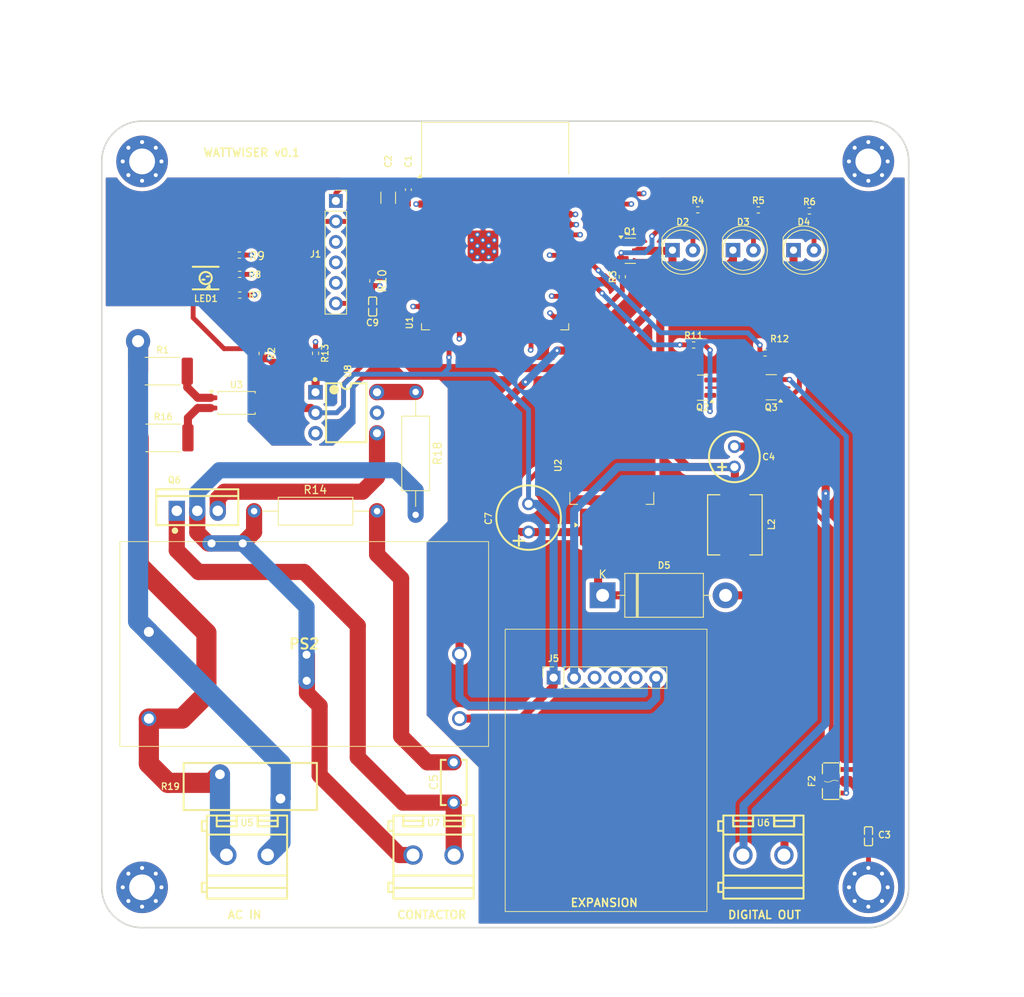
<source format=kicad_pcb>
(kicad_pcb (version 20240108) (generator "pcbnew") (generator_version "8.0")
  (layers (0 "F.Cu" signal) (1 "In1.Cu" signal) (2 "In2.Cu" signal) (31 "B.Cu" signal) (34 "B.Paste" user) (35 "F.Paste" user) (36 "B.SilkS" user "B.Silkscreen") (37 "F.SilkS" user "F.Silkscreen") (38 "B.Mask" user) (39 "F.Mask" user) (44 "Edge.Cuts" user))
  (net 0 "")
  (net 1 "GND")
  (net 2 "+3.3V")
  (net 3 "/EN")
  (net 4 "+5V")
  (net 5 "Net-(C5-Pad2)")
  (net 6 "Net-(R18-Pad1)")
  (net 7 "Net-(D2-K)")
  (net 8 "Net-(D2-A)")
  (net 9 "Net-(D3-A)")
  (net 10 "Net-(D4-A)")
  (net 11 "Net-(D5-K)")
  (net 12 "NEUT")
  (net 13 "LINE")
  (net 14 "/RX")
  (net 15 "/TX")
  (net 16 "/IO0")
  (net 17 "Net-(Q1-B)")
  (net 18 "Net-(R1-Pad2)")
  (net 19 "/FREQ")
  (net 20 "/IR_LEDS")
  (net 21 "/LED_B")
  (net 22 "/LED_G")
  (net 23 "/LED_R")
  (net 24 "/DE{slash}RE")
  (net 27 "/UART RX")
  (net 28 "/UART TX")
  (net 46 "Net-(Q2-B)")
  (net 47 "Net-(Q3-B)")
  (net 48 "/OUT_5V")
  (net 49 "/OUT_CLOSE_SIGNAL")
  (net 50 "/OUT_CONTACTOR")
  (net 51 "Net-(R13-Pad2)")
  (net 52 "Net-(R16-Pad2)")
  (net 53 "Net-(C3-Pad1)")
  (net 54 "Net-(Q6-M1)")
  (net 55 "Net-(Q3-E)")
  (net 56 "Net-(LED1---Pad3)")
  (net 57 "Net-(LED1---Pad2)")
  (net 58 "Net-(LED1---Pad4)")
  (net 59 "Net-(Q2-E)")
  (net 60 "Net-(Q6-G)")
  (net 61 "Net-(Q6-M2)")
  (footprint "easyeda2kicad:RES-TH_L16.5-W5.9-P7.50-D0.8-S3.00" (layer "F.Cu") (at 103.4 124.5)
    (property "Reference" "R19")
    (property "Value" "14D471K_C8852")
  )
  (footprint "Capacitor_SMD:C_1206_3216Metric_Pad1.33x1.80mm_HandSolder" (layer "F.Cu") (at 120.5 51.5 90)
    (property "Reference" "C2")
    (property "Value" "22uF")
  )
  (footprint "LED_THT:LED_D5.0mm" (layer "F.Cu") (at 155.725 58)
    (property "Reference" "D2")
    (property "Value" "LED")
  )
  (footprint "Resistor_SMD:R_0402_1005Metric_Pad0.72x0.64mm_HandSolder" (layer "F.Cu") (at 102.1 61 180)
    (property "Reference" "R8")
    (property "Value" "R1K")
  )
  (footprint "Resistor_SMD:R_0402_1005Metric_Pad0.72x0.64mm_HandSolder" (layer "F.Cu") (at 158.8625 53)
    (property "Reference" "R4")
    (property "Value" "R220")
  )
  (footprint "Resistor_THT:R_Axial_DIN0309_L9.0mm_D3.2mm_P15.24mm_Horizontal" (layer "F.Cu") (at 123.9 75.58 -90)
    (property "Reference" "R18")
    (property "Value" "360R")
  )
  (footprint "easyeda2kicad:CONN-TH_2P-P5.00_DB128V-5.0-2P" (layer "F.Cu") (at 167 133)
    (property "Reference" "U6")
    (property "Value" "DB128V-5.0-2P")
  )
  (footprint "RF_Module:ESP32-WROOM-32D" (layer "F.Cu") (at 133.75 58)
    (property "Reference" "U1")
    (property "Value" "ESP32-WROOM-32E")
  )
  (footprint "easyeda2kicad:LED-ARRAY-SMD_4P-L3.5-W2.8-TL" (layer "F.Cu") (at 97.88 61.46 180)
    (property "Reference" "LED1")
    (property "Value" "MHPA3528RGBCT")
  )
  (footprint "MountingHole:MountingHole_3.2mm_M3_Pad_Via" (layer "F.Cu") (at 90 47)
    (property "Reference" "H1" (hide yes))
    (property "Value" "Hole_Pad" (hide yes))
  )
  (footprint "Resistor_SMD:R_0402_1005Metric_Pad0.72x0.64mm_HandSolder" (layer "F.Cu") (at 172.7 53.14 180)
    (property "Reference" "R6")
    (property "Value" "R220")
  )
  (footprint "Package_TO_SOT_SMD:SOT-23" (layer "F.Cu") (at 150.5025 58.08)
    (property "Reference" "Q1")
    (property "Value" "MMBT2222A")
  )
  (footprint "Connector_PinSocket_2.54mm:PinSocket_1x06_P2.54mm_Vertical" (layer "F.Cu") (at 141 111 90)
    (property "Reference" "J5")
    (property "Value" "Conn_01x06_Pin")
  )
  (footprint "IRM-05:IRM055" (layer "F.Cu") (at 90.84 116.08)
    (property "Reference" "PS2")
    (property "Value" "IRM-05-5" (hide yes))
  )
  (footprint "easyeda2kicad:F1206" (layer "F.Cu") (at 175.4 123.84 90)
    (property "Reference" "F2")
    (property "Value" "JK-NSMD010/60V")
  )
  (footprint "easyeda2kicad:CONN-TH_2P-P5.00_DB128V-5.0-2P" (layer "F.Cu") (at 126.12 133)
    (property "Reference" "U7")
    (property "Value" "DB128V-5.0-2P")
  )
  (footprint "Resistor_SMD:R_2512_6332Metric_Pad1.40x3.35mm_HandSolder" (layer "F.Cu") (at 92.63 81.28)
    (property "Reference" "R16")
    (property "Value" "R16K")
  )
  (footprint "Diode_THT:D_DO-201AD_P15.24mm_Horizontal" (layer "F.Cu") (at 147.07 100.8)
    (property "Reference" "D5")
    (property "Value" "1N5822")
  )
  (footprint "easyeda2kicad:C0402" (layer "F.Cu") (at 180.02 130.67 90)
    (property "Reference" "C3")
    (property "Value" "100nF")
  )
  (footprint "Resistor_SMD:R_0402_1005Metric_Pad0.72x0.64mm_HandSolder" (layer "F.Cu") (at 104.88 70.8125 -90)
    (property "Reference" "R2")
    (property "Value" "R10K")
  )
  (footprint "Connector_PinSocket_2.54mm:PinSocket_1x06_P2.54mm_Vertical" (layer "F.Cu") (at 114.01 51.9)
    (property "Reference" "J1")
    (property "Value" "Conn_01x06_Pin")
  )
  (footprint "easyeda2kicad:IND-SMD_L7.3-W6.6" (layer "F.Cu") (at 163.46 92.06 -90)
    (property "Reference" "L2")
    (property "Value" "33uH")
  )
  (footprint "MountingHole:MountingHole_3.2mm_M3_Pad_Via" (layer "F.Cu") (at 180 47)
    (property "Reference" "H2" (hide yes))
    (property "Value" "Hole_Pad" (hide yes))
  )
  (footprint "easyeda2kicad:CAP-TH_L5.5-W3.2-P5.00-D1.0" (layer "F.Cu") (at 128.62 124 90)
    (property "Reference" "C5")
    (property "Value" "10nF")
  )
  (footprint "MountingHole:MountingHole_3.2mm_M3_Pad_Via" (layer "F.Cu") (at 90 137)
    (property "Reference" "H3" (hide yes))
    (property "Value" "Hole_Pad" (hide yes))
  )
  (footprint "easyeda2kicad:CAP-TH_BD6.3-P2.50-D1.0-FD" (layer "F.Cu") (at 163.4 83.62 90)
    (property "Reference" "C4")
    (property "Value" "220uF")
  )
  (footprint "Capacitor_SMD:C_0402_1005Metric_Pad0.74x0.62mm_HandSolder" (layer "F.Cu") (at 123 50.5 90)
    (property "Reference" "C1")
    (property "Value" "100nF")
  )
  (footprint "Resistor_SMD:R_0402_1005Metric_Pad0.72x0.64mm_HandSolder" (layer "F.Cu") (at 111.5 70.7925 -90)
    (property "Reference" "R13")
    (property "Value" "200R")
  )
  (footprint "Resistor_SMD:R_0402_1005Metric_Pad0.72x0.64mm_HandSolder" (layer "F.Cu") (at 102.06 58.61 180)
    (property "Reference" "R9")
    (property "Value" "R1K")
  )
  (footprint "Resistor_SMD:R_0402_1005Metric_Pad0.72x0.64mm_HandSolder" (layer "F.Cu") (at 149.51 61.3 90)
    (property "Reference" "R3")
    (property "Value" "R1K")
  )
  (footprint "Resistor_SMD:R_0402_1005Metric_Pad0.72x0.64mm_HandSolder" (layer "F.Cu") (at 102.1075 63.57 180)
    (property "Reference" "R7")
    (property "Value" "R1K")
  )
  (footprint "easyeda2kicad:C0402" (layer "F.Cu") (at 118.57 64.99 -90)
    (property "Reference" "C9")
    (property "Value" "100nF")
  )
  (footprint "MountingHole:MountingHole_3.2mm_M3_Pad_Via" (layer "F.Cu") (at 180 137)
    (property "Reference" "H4" (hide yes))
    (property "Value" "Hole_Pad" (hide yes))
  )
  (footprint "Package_TO_SOT_SMD:SOT-23" (layer "F.Cu") (at 167.965 75 180)
    (property "Reference" "Q3")
    (property "Value" "MMBT3904")
  )
  (footprint "Package_TO_SOT_SMD:SOT-23" (layer "F.Cu") (at 159.465 75.05 180)
    (property "Reference" "Q2")
    (property "Value" "MMBT3904")
  )
  (footprint "Package_SO:SOP-4_4.4x2.6mm_P1.27mm" (layer "F.Cu") (at 101.7 76.94)
    (property "Reference" "U3")
    (property "Value" "ACPL-214-500E")
  )
  (footprint "easyeda2kicad:CONN-TH_2P-P5.00_DB128V-5.0-2P" (layer "F.Cu") (at 103 133)
    (property "Reference" "U5")
    (property "Value" "DB128V-5.0-2P")
  )
  (footprint "easyeda2kicad:CAP-TH_BD8.0-P3.50-D0.6-FD" (layer "F.Cu") (at 137.8975 91.2 90)
    (property "Reference" "C7")
    (property "Value" "680uf")
  )
  (footprint "LED_THT:LED_D5.0mm" (layer "F.Cu") (at 170.725 58)
    (property "Reference" "D4")
    (property "Value" "LED")
  )
  (footprint "easyeda2kicad:TO-220-3_L10.0-W4.5-P2.54-T" (layer "F.Cu") (at 96.84 90.3175 90)
    (property "Reference" "Q6")
    (property "Value" "BT136-600D,127")
  )
  (footprint "Resistor_SMD:R_0402_1005Metric_Pad0.72x0.64mm_HandSolder" (layer "F.Cu") (at 118.59 61.8075 -90)
    (property "Reference" "R10")
    (property "Value" "R10K")
  )
  (footprint "Package_TO_SOT_SMD:TO-263-5_TabPin3" (layer "F.Cu") (at 148.21 84.695 90)
    (property "Reference" "U2")
    (property "Value" "LM2596S-3.3")
  )
  (footprint "LED_THT:LED_D5.0mm" (layer "F.Cu") (at 163.225 58)
    (property "Reference" "D3")
    (property "Value" "LED")
  )
  (footprint "Resistor_SMD:R_2512_6332Metric_Pad1.40x3.35mm_HandSolder" (layer "F.Cu") (at 92.55 73)
    (property "Reference" "R1")
    (property "Value" "R16K")
  )
  (footprint "Resistor_SMD:R_0402_1005Metric_Pad0.72x0.64mm_HandSolder" (layer "F.Cu") (at 167.2025 70.75)
    (property "Reference" "R12")
    (property "Value" "R1K")
  )
  (footprint "Resistor_SMD:R_0402_1005Metric_Pad0.72x0.64mm_HandSolder" (layer "F.Cu") (at 166.3725 53.02)
    (property "Reference" "R5")
    (property "Value" "R220")
  )
  (footprint "easyeda2kicad:DIP-6_L7.3-W6.5-P2.54-LS7.6-BL" (layer "F.Cu") (at 115.3 78.16 -90)
    (property "Reference" "U8")
    (property "Value" "MOC3021M")
  )
  (footprint "Resistor_THT:R_Axial_DIN0309_L9.0mm_D3.2mm_P15.24mm_Horizontal" (layer "F.Cu") (at 103.88 90.36)
    (property "Reference" "R14")
    (property "Value" "100R")
  )
  (footprint "Resistor_SMD:R_0402_1005Metric_Pad0.72x0.64mm_HandSolder" (layer "F.Cu") (at 158.35 69.76)
    (property "Reference" "R11")
    (property "Value" "R1K")
  )
  (gr_rect (start 135 105) (end 160 140) (stroke (width 0.1)) (fill none) (layer "F.SilkS"))
  (gr_line (start 85 137) (end 85 47) (stroke (width 0.2)) (layer "Edge.Cuts"))
  (gr_arc (start 185 137) (mid 183.535534 140.535534) (end 180 142) (stroke (width 0.2)) (layer "Edge.Cuts"))
  (gr_line (start 185 47) (end 185 137) (stroke (width 0.2)) (layer "Edge.Cuts"))
  (gr_line (start 180 142) (end 90 142) (stroke (width 0.2)) (layer "Edge.Cuts"))
  (gr_arc (start 90 142) (mid 86.464466 140.535534) (end 85 137) (stroke (width 0.2)) (layer "Edge.Cuts"))
  (gr_arc (start 180 42) (mid 183.535534 43.464466) (end 185 47) (stroke (width 0.2)) (layer "Edge.Cuts"))
  (gr_line (start 90 42) (end 180 42) (stroke (width 0.2)) (layer "Edge.Cuts"))
  (gr_arc (start 85 47) (mid 86.464466 43.464466) (end 90 42) (stroke (width 0.2)) (layer "Edge.Cuts"))
  (gr_text "EXPANSION\n" (at 143 139.5 0) (layer "F.SilkS") (effects (font (size 1 1) (thickness 0.2) (bold yes)) (justify left bottom)))
  (gr_text "WATTWISER v0.1" (at 97.5 46.5 0) (layer "F.SilkS") (effects (font (size 1 1) (thickness 0.2) (bold yes)) (justify left bottom)))
  (gr_text "DIGITAL OUT" (at 162.5 141 0) (layer "F.SilkS") (effects (font (size 1 1) (thickness 0.2) (bold yes)) (justify left bottom)))
  (gr_text "AC IN" (at 100.5 141 0) (layer "F.SilkS") (effects (font (size 1 1) (thickness 0.2) (bold yes)) (justify left bottom)))
  (gr_text "CONTACTOR" (at 121.5 141 0) (layer "F.SilkS") (effects (font (size 1 1) (thickness 0.2) (bold yes)) (justify left bottom)))
  (segment (start 136.95 116.08) (end 141 112.03) (width 1) (layer "F.Cu") (net 1))
  (segment (start 104.8875 77.575) (end 110.905 77.575) (width 1) (layer "F.Cu") (net 1))
  (segment (start 166.78 100.8) (end 167.92 99.66) (width 1) (layer "F.Cu") (net 1))
  (segment (start 137.8975 86.5925) (end 138.87 85.62) (width 0.6) (layer "F.Cu") (net 1))
  (segment (start 151.61 92.345) (end 151.61 86.245) (width 1) (layer "F.Cu") (net 1))
  (segment (start 175.4 122.39) (end 175.4 92.49) (width 0.6) (layer "F.Cu") (net 1))
  (segment (start 149.37 58.32) (end 149.37 58.835) (width 0.6) (layer "F.Cu") (net 1))
  (segment (start 163.4 82.35) (end 165.26 82.35) (width 1) (layer "F.Cu") (net 1))
  (segment (start 128.04 67.51) (end 128.04 61.68) (width 0.6) (layer "F.Cu") (net 1))
  (segment (start 129.34 116.08) (end 136.95 116.08) (width 1) (layer "F.Cu") (net 1))
  (segment (start 178.18 122.39) (end 175.4 122.39) (width 0.6) (layer "F.Cu") (net 1))
  (segment (start 128.04 61.68) (end 132.25 57.47) (width 0.6) (layer "F.Cu") (net 1))
  (segment (start 114.97 74.61) (end 114.97 77.32) (width 0.6) (layer "F.Cu") (net 1))
  (segment (start 141 112.03) (end 141 111) (width 1) (layer "F.Cu") (net 1))
  (segment (start 120.5 49.9375) (end 115.0125 49.9375) (width 0.6) (layer "F.Cu") (net 1))
  (segment (start 123 49.9325) (end 124.8175 49.9325) (width 0.6) (layer "F.Cu") (net 1))
  (segment (start 118.57 65.54) (end 118.57 71.01) (width 0.6) (layer "F.Cu") (net 1))
  (segment (start 180.02 130.12) (end 180.02 124.23) (width 0.6) (layer "F.Cu") (net 1))
  (segment (start 148.21 92.345) (end 148.21 88.395) (width 1) (layer "F.Cu") (net 1))
  (segment (start 137.8975 89.45) (end 137.8975 86.5925) (width 0.6) (layer "F.Cu") (net 1))
  (segment (start 153.96 55.51) (end 153.19 56.28) (width 0.6) (layer "F.Cu") (net 1))
  (segment (start 132.25 52.59) (end 132.25 57.47) (width 0.6) (layer "F.Cu") (net 1))
  (segment (start 120.5 49.9375) (end 122.995 49.9375) (width 0.6) (layer "F.Cu") (net 1))
  (segment (start 166.84 91.77) (end 162 91.77) (width 1) (layer "F.Cu") (net 1))
  (segment (start 148.21 97.22) (end 148.21 92.345) (width 1) (layer "F.Cu") (net 1))
  (segment (start 165.26 82.35) (end 167.92 85.01) (width 1) (layer "F.Cu") (net 1))
  (segment (start 118.57 71.01) (end 114.97 74.61) (width 0.6) (layer "F.Cu") (net 1))
  (segment (start 114.13 78.16) (end 111.49 78.16) (width 0.6) (layer "F.Cu") (net 1))
  (segment (start 129.41 49.75) (end 132.25 52.59) (width 0.6) (layer "F.Cu") (net 1))
  (segment (start 114.97 77.32) (end 114.13 78.16) (width 0.6) (layer "F.Cu") (net 1))
  (segment (start 114.01 50.94) (end 114.01 51.9) (width 0.6) (layer "F.Cu") (net 1))
  (segment (start 110.905 77.575) (end 111.49 78.16) (width 1) (layer "F.Cu") (net 1))
  (segment (start 167.92 99.66) (end 167.92 92.85) (width 1) (layer "F.Cu") (net 1))
  (segment (start 153.56 49.75) (end 153.96 50.15) (width 0.6) (layer "F.Cu") (net 1))
  (segment (start 175.4 92.49) (end 167.92 85.01) (width 0.6) (layer "F.Cu") (net 1))
  (segment (start 115.0125 49.9375) (end 114.01 50.94) (width 0.6) (layer "F.Cu") (net 1))
  (segment (start 151.61 86.245) (end 150.985 85.62) (width 1) (layer "F.Cu") (net 1))
  (segment (start 162.31 100.8) (end 166.78 100.8) (width 1) (layer "F.Cu") (net 1))
  (segment (start 142.5 49.75) (end 129.41 49.75) (width 0.6) (layer "F.Cu") (net 1))
  (segment (start 128.04 67.51) (end 128.04 71.3) (width 0.6) (layer "F.Cu") (net 1))
  (segment (start 148.21 88.395) (end 150.985 85.62) (width 1) (layer "F.Cu") (net 1))
  (segment (start 167.92 92.85) (end 166.84 91.77) (width 1) (layer "F.Cu") (net 1))
  (segment (start 125 49.75) (end 129.41 49.75) (width 0.6) (layer "F.Cu") (net 1))
  (segment (start 142.5 49.75) (end 153.56 49.75) (width 0.6) (layer "F.Cu") (net 1))
  (segment (start 153.96 50.15) (end 153.96 55.51) (width 0.6) (layer "F.Cu") (net 1))
  (segment (start 167.92 85.01) (end 167.92 92.85) (width 1) (layer "F.Cu") (net 1))
  (segment (start 122.995 49.9375) (end 123 49.9325) (width 0.6) (layer "F.Cu") (net 1))
  (segment (start 162 91.77) (end 154.59 99.18) (width 1) (layer "F.Cu") (net 1))
  (segment (start 150.17 99.18) (end 148.21 97.22) (width 1) (layer "F.Cu") (net 1))
  (segment (start 138.87 85.62) (end 145.435 85.62) (width 0.6) (layer "F.Cu") (net 1))
  (segment (start 149.37 58.835) (end 149.565 59.03) (width 0.6) (layer "F.Cu") (net 1))
  (segment (start 124.8175 49.9325) (end 125 49.75) (width 0.6) (layer "F.Cu") (net 1))
  (segment (start 128.04 71.3) (end 128.03 71.31) (width 0.6) (layer "F.Cu") (net 1))
  (segment (start 154.59 99.18) (end 150.17 99.18) (width 1) (layer "F.Cu") (net 1))
  (segment (start 180.02 124.23) (end 178.18 122.39) (width 0.6) (layer "F.Cu") (net 1))
  (via (at 149.37 58.32) (size 0.7) (drill 0.35) (layers "F.Cu" "B.Cu") (net 1))
  (via (at 128.03 71.31) (size 0.7) (drill 0.35) (layers "F.Cu" "B.Cu") (net 1))
  (via (at 153.19 56.28) (size 0.7) (drill 0.35) (layers "F.Cu" "B.Cu") (net 1))
  (segment (start 138.86 89.45) (end 137.8975 89.45) (width 1) (layer "B.Cu") (net 1))
  (segment (start 133.46 73.38) (end 137.8975 77.8175) (width 0.6) (layer "B.Cu") (net 1))
  (segment (start 116.26 73.38) (end 114.98 74.66) (width 0.6) (layer "B.Cu") (net 1))
  (segment (start 114.12 78.16) (end 111.49 78.16) (width 0.6) (layer "B.Cu") (net 1))
  (segment (start 127.25 73.38) (end 133.46 73.38) (width 0.6) (layer "B.Cu") (net 1))
  (segment (start 141 111) (end 141 91.59) (width 1) (layer "B.Cu") (net 1))
  (segment (start 153.19 57.43) (end 152.3 58.32) (width 0.6) (layer "B.Cu") (net 1))
  (segment (start 141 91.59) (end 138.86 89.45) (width 1) (layer "B.Cu") (net 1))
  (segment (start 127.25 73.38) (end 116.26 73.38) (width 0.6) (layer "B.Cu") (net 1))
  (segment (start 152.3 58.32) (end 149.37 58.32) (width 0.6) (layer "B.Cu") (net 1))
  (segment (start 153.19 56.28) (end 153.19 57.43) (width 0.6) (layer "B.Cu") (net 1))
  (segment (start 128.03 72.6) (end 127.25 73.38) (width 0.6) (layer "B.Cu") (net 1))
  (segment (start 128.03 71.31) (end 128.03 72.6) (width 0.6) (layer "B.Cu") (net 1))
  (segment (start 114.98 77.3) (end 114.12 78.16) (width 0.6) (layer "B.Cu") (net 1))
  (segment (start 137.8975 77.8175) (end 137.8975 89.45) (width 0.6) (layer "B.Cu") (net 1))
  (segment (start 114.98 74.66) (end 114.98 77.3) (width 0.6) (layer "B.Cu") (net 1))
  (segment (start 121.26 70.53) (end 121.26 61.91) (width 1) (layer "F.Cu") (net 2))
  (segment (start 118.59 55.3) (end 117.73 54.44) (width 0.6) (layer "F.Cu") (net 2))
  (segment (start 119.1075 53.0625) (end 117.73 54.44) (width 0.6) (layer "F.Cu") (net 2))
  (segment (start 123 52.45) (end 122.3875 53.0625) (width 0.6) (layer "F.Cu") (net 2))
  (segment (start 104.88 70.215) (end 100.155 70.215) (width 0.6) (layer "F.Cu") (net 2))
  (segment (start 118.59 61.21) (end 118.59 55.3) (width 0.6) (layer "F.Cu") (net 2))
  (segment (start 155.51 77.11) (end 151.02 72.62) (width 1) (layer "F.Cu") (net 2))
  (segment (start 163.4 84.89) (end 157.61 84.89) (width 1) (layer "F.Cu") (net 2))
  (segment (start 157.61 84.89) (end 155.51 82.79) (width 1) (layer "F.Cu") (net 2))
  (segment (start 163.46 88.78) (end 163.46 84.95) (width 1) (layer "F.Cu") (net 2))
  (segment (start 124.9525 51.0675) (end 125 51.02) (width 0.6) (layer "F.Cu") (net 2))
  (segment (start 94.06 57.06) (end 94.06 57.45) (width 0.6) (layer "F.Cu") (net 2))
  (segment (start 94.06 57.45) (end 94.05 57.46) (width 0.6) (layer "F.Cu") (net 2))
  (segment (start 100.155 70.215) (end 96.33 66.39) (width 0.6) (layer "F.Cu") (net 2))
  (segment (start 123 51.0675) (end 124.9525 51.0675) (width 0.6) (layer "F.Cu") (net 2))
  (segment (start 94.75 62.13) (end 96.33 62.13) (width 0.6) (layer "F.Cu") (net 2))
  (segment (start 151.13 97.24) (end 153.69 97.24) (width 1) (layer "F.Cu") (net 2))
  (segment (start 123 51.0675) (end 123 52.45) (width 0.6) (layer "F.Cu") (net 2))
  (segment (start 120.5 53.0625) (end 119.1075 53.0625) (width 0.6) (layer "F.Cu") (net 2))
  (segment (start 117.73 54.44) (end 114.01 54.44) (width 0.6) (layer "F.Cu") (net 2))
  (segment (start 123.35 72.62) (end 121.26 70.53) (width 1) (layer "F.Cu") (net 2))
  (segment (start 120.56 61.21) (end 118.59 61.21) (width 1) (layer "F.Cu") (net 2))
  (segment (start 162.15 88.78) (end 163.46 88.78) (width 1) (layer "F.Cu") (net 2))
  (segment (start 96.33 66.39) (end 96.33 62.13) (width 0.6) (layer "F.Cu") (net 2))
  (segment (start 149.91 92.345) (end 149.91 96.02) (width 1) (layer "F.Cu") (net 2))
  (segment (start 94.05 57.46) (end 94.05 61.43) (width 0.6) (layer "F.Cu") (net 2))
  (segment (start 155.51 82.79) (end 155.51 77.11) (width 1) (layer "F.Cu") (net 2))
  (segment (start 163.46 84.95) (end 163.4 84.89) (width 1) (layer "F.Cu") (net 2))
  (segment (start 94.05 61.43) (end 94.75 62.13) (width 0.6) (layer "F.Cu") (net 2))
  (segment (start 122.3875 53.0625) (end 120.5 53.0625) (width 0.6) (layer "F.Cu") (net 2))
  (segment (start 151.02 72.62) (end 123.35 72.62) (width 1) (layer "F.Cu") (net 2))
  (segment (start 153.69 97.24) (end 162.15 88.78) (width 1) (layer "F.Cu") (net 2))
  (segment (start 121.26 61.91) (end 120.56 61.21) (width 1) (layer "F.Cu") (net 2))
  (segment (start 149.91 96.02) (end 151.13 97.24) (width 1) (layer "F.Cu") (net 2))
  (segment (start 96.68 54.44) (end 94.06 57.06) (width 0.6) (layer "F.Cu") (net 2))
  (segment (start 114.01 54.44) (end 96.68 54.44) (width 0.6) (layer "F.Cu") (net 2))
  (segment (start 148.94 84.89) (end 143.54 90.29) (width 1) (layer "B.Cu") (net 2))
  (segment (start 143.54 90.29) (end 143.54 111) (width 1) (layer "B.Cu") (net 2))
  (segment (start 163.4 84.89) (end 148.94 84.89) (width 1) (layer "B.Cu") (net 2))
  (segment (start 118.41 64.6) (end 118.57 64.44) (width 0.6) (layer "F.Cu") (net 3))
  (segment (start 119.455 62.405) (end 119.46 62.41) (width 0.6) (layer "F.Cu") (net 3))
  (segment (start 118.57 64.44) (end 118.57 62.425) (width 0.6) (layer "F.Cu") (net 3))
  (segment (start 125 52.29) (end 123.96 52.29) (width 0.6) (layer "F.Cu") (net 3))
  (segment (start 118.59 62.405) (end 119.455 62.405) (width 0.6) (layer "F.Cu") (net 3))
  (segment (start 114.01 64.6) (end 118.41 64.6) (width 0.6) (layer "F.Cu") (net 3))
  (segment (start 118.57 62.425) (end 118.59 62.405) (width 0.6) (layer "F.Cu") (net 3))
  (via (at 119.46 62.41) (size 0.7) (drill 0.35) (layers "F.Cu" "B.Cu") (net 3))
  (via (at 123.96 52.29) (size 0.7) (drill 0.35) (layers "F.Cu" "B.Cu") (net 3))
  (segment (start 129.34 108.08) (end 129.34 99.96) (width 1) (layer "F.Cu") (net 4))
  (segment (start 155.61 62.84) (end 148 70.45) (width 1) (layer "F.Cu") (net 4))
  (segment (start 129.39 99.91) (end 129.39 97.88) (width 1) (layer "F.Cu") (net 4))
  (segment (start 144.81 92.345) (end 144.195 92.96) (width 1) (layer "F.Cu") (net 4))
  (segment (start 160.73 51.73) (end 159.46 53) (width 1) (layer "F.Cu") (net 4))
  (segment (start 156.32 75.05) (end 154.23 72.96) (width 1) (layer "F.Cu") (net 4))
  (segment (start 154.22 72.37) (end 154.22 64.23) (width 1) (layer "F.Cu") (net 4))
  (segment (start 158.5275 75.05) (end 156.32 75.05) (width 1) (layer "F.Cu") (net 4))
  (segment (start 174.19 51) (end 160.73 51) (width 1) (layer "F.Cu") (net 4))
  (segment (start 176.28 61.51) (end 176.28 53.09) (width 1) (layer "F.Cu") (net 4))
  (segment (start 154.23 72.96) (end 154.23 72.38) (width 1) (layer "F.Cu") (net 4))
  (segment (start 148 70.45) (end 141.42 70.45) (width 1) (layer "F.Cu") (net 4))
  (segment (start 137.9075 92.96) (end 137.8975 92.95) (width 1) (layer "F.Cu") (net 4))
  (segment (start 160.73 51) (end 160.73 51.73) (width 1) (layer "F.Cu") (net 4))
  (segment (start 171 52.0375) (end 171 51) (width 1) (layer "F.Cu") (net 4))
  (segment (start 129.39 97.88) (end 134.32 92.95) (width 1) (layer "F.Cu") (net 4))
  (segment (start 154.22 64.23) (end 155.61 62.84) (width 1) (layer "F.Cu") (net 4))
  (segment (start 168 51.99) (end 168 51) (width 1) (layer "F.Cu") (net 4))
  (segment (start 172.1025 53.14) (end 171 52.0375) (width 1) (layer "F.Cu") (net 4))
  (segment (start 134.32 92.95) (end 137.8975 92.95) (width 1) (layer "F.Cu") (net 4))
  (segment (start 129.39 82.46) (end 129.39 99.91) (width 1) (layer "F.Cu") (net 4))
  (segment (start 176.28 53.09) (end 174.19 51) (width 1) (layer "F.Cu") (net 4))
  (segment (start 129.34 99.96) (end 129.39 99.91) (width 1) (layer "F.Cu") (net 4))
  (segment (start 166.97 53.02) (end 168 51.99) (width 1) (layer "F.Cu") (net 4))
  (segment (start 137.51 74.34) (end 129.39 82.46) (width 1) (layer "F.Cu") (net 4))
  (segment (start 144.195 92.96) (end 137.9075 92.96) (width 1) (layer "F.Cu") (net 4))
  (segment (start 154.23 72.38) (end 154.22 72.37) (width 1) (layer "F.Cu") (net 4))
  (segment (start 174.95 62.84) (end 176.28 61.51) (width 1) (layer "F.Cu") (net 4))
  (segment (start 155.61 62.84) (end 174.95 62.84) (width 1) (layer "F.Cu") (net 4))
  (via (at 141.42 70.45) (size 0.7) (drill 0.35) (layers "F.Cu" "B.Cu") (net 4))
  (via (at 137.51 74.34) (size 0.7) (drill 0.35) (layers "F.Cu" "B.Cu") (net 4))
  (segment (start 152.79 114.47) (end 130.36 114.47) (width 1) (layer "B.Cu") (net 4))
  (segment (start 137.53 74.34) (end 137.51 74.34) (width 1) (layer "B.Cu") (net 4))
  (segment (start 141.42 70.45) (end 137.53 74.34) (width 1) (layer "B.Cu") (net 4))
  (segment (start 153.7 113.56) (end 152.79 114.47) (width 1) (layer "B.Cu") (net 4))
  (segment (start 153.7 111) (end 153.7 113.56) (width 1) (layer "B.Cu") (net 4))
  (segment (start 130.36 114.47) (end 129.34 113.45) (width 1) (layer "B.Cu") (net 4))
  (segment (start 129.34 113.45) (end 129.34 108.08) (width 1) (layer "B.Cu") (net 4))
  (segment (start 122.1 98.71) (end 119.12 95.73) (width 2) (layer "F.Cu") (net 5))
  (segment (start 128.62 121.5) (end 125.33 121.5) (width 2) (layer "F.Cu") (net 5))
  (segment (start 125.33 121.5) (end 122.1 118.27) (width 2) (layer "F.Cu") (net 5))
  (segment (start 122.1 118.27) (end 122.1 98.71) (width 2) (layer "F.Cu") (net 5))
  (segment (start 119.12 95.73) (end 119.12 90.36) (width 2) (layer "F.Cu") (net 5))
  (segment (start 123.9 75.58) (end 119.15 75.58) (width 2) (layer "F.Cu") (net 6))
  (segment (start 119.15 75.58) (end 119.11 75.62) (width 2) (layer "F.Cu") (net 6))
  (segment (start 155.645 58.08) (end 151.44 58.08) (width 1) (layer "F.Cu") (net 7))
  (segment (start 161.65 60.84) (end 163.225 59.265) (width 1) (layer "F.Cu") (net 7))
  (segment (start 170.725 59.825) (end 170.725 58) (width 1) (layer "F.Cu") (net 7))
  (segment (start 163.225 59.265) (end 163.225 58) (width 1) (layer "F.Cu") (net 7))
  (segment (start 155.725 58) (end 155.645 58.08) (width 1) (layer "F.Cu") (net 7))
  (segment (start 155.725 58) (end 155.725 60.075) (width 1) (layer "F.Cu") (net 7))
  (segment (start 156.49 60.84) (end 161.65 60.84) (width 1) (layer "F.Cu") (net 7))
  (segment (start 155.725 60.075) (end 156.49 60.84) (width 1) (layer "F.Cu") (net 7))
  (segment (start 161.65 60.84) (end 169.71 60.84) (width 1) (layer "F.Cu") (net 7))
  (segment (start 169.71 60.84) (end 170.725 59.825) (width 1) (layer "F.Cu") (net 7))
  (segment (start 158.265 58) (end 158.265 53) (width 0.6) (layer "F.Cu") (net 8))
  (segment (start 165.765 58) (end 165.765 53.03) (width 0.6) (layer "F.Cu") (net 9))
  (segment (start 165.765 53.03) (end 165.775 53.02) (width 0.6) (layer "F.Cu") (net 9))
  (segment (start 173.265 53.1725) (end 173.2975 53.14) (width 0.6) (layer "F.Cu") (net 10))
  (segment (start 173.265 58) (end 173.265 53.1725) (width 0.6) (layer "F.Cu") (net 10))
  (segment (start 146.51 100.24) (end 147.07 100.8) (width 1) (layer "F.Cu") (net 11))
  (segment (start 163.46 95.34) (end 162.35 95.34) (width 1) (layer "F.Cu") (net 11))
  (segment (start 146.51 92.345) (end 146.51 100.24) (width 1) (layer "F.Cu") (net 11))
  (segment (start 156.89 100.8) (end 147.07 100.8) (width 1) (layer "F.Cu") (net 11))
  (segment (start 162.35 95.34) (end 156.89 100.8) (width 1) (layer "F.Cu") (net 11))
  (segment (start 89.58 81.28) (end 89.58 97.076094) (width 2.5) (layer "F.Cu") (net 12))
  (segment (start 98.6 124.05) (end 99.65 123) (width 2.5) (layer "F.Cu") (net 12))
  (segment (start 94.95 116.08) (end 90.84 116.08) (width 2.5) (layer "F.Cu") (net 12))
  (segment (start 90.84 116.08) (end 90.84 121.68) (width 2.5) (layer "F.Cu") (net 12))
  (segment (start 89.58 97.076094) (end 97.97 105.466094) (width 2.5) (layer "F.Cu") (net 12))
  (segment (start 97.97 113.06) (end 94.95 116.08) (width 2.5) (layer "F.Cu") (net 12))
  (segment (start 93.21 124.05) (end 98.6 124.05) (width 2.5) (layer "F.Cu") (net 12))
  (segment (start 97.97 105.466094) (end 97.97 113.06) (width 2.5) (layer "F.Cu") (net 12))
  (segment (start 90.84 121.68) (end 93.21 124.05) (width 2.5) (layer "F.Cu") (net 12))
  (segment (start 99.65 123) (end 99.65 132.19) (width 2.5) (layer "B.Cu") (net 12))
  (segment (start 99.65 132.19) (end 100.46 133) (width 2.5) (layer "B.Cu") (net 12))
  (segment (start 89.5 73) (end 89.5 69.29) (width 2.5) (layer "F.Cu") (net 13))
  (via (at 89.5 69.29) (size 3) (drill 1.5) (layers "F.Cu" "B.Cu") (net 13))
  (segment (start 89.5 103.99) (end 90.84 105.33) (width 2.5) (layer "B.Cu") (net 13))
  (segment (start 90.84 105.33) (end 90.84 105.34) (width 2.5) (layer "B.Cu") (net 13))
  (segment (start 90.84 105.34) (end 107.18 121.68) (width 2.5) (layer "B.Cu") (net 13))
  (segment (start 107.15 126) (end 107.15 131.39) (width 2.5) (layer "B.Cu") (net 13))
  (segment (start 107.18 121.68) (end 107.18 125.97) (width 2.5) (layer "B.Cu") (net 13))
  (segment (start 107.18 125.97) (end 107.15 126) (width 2.5) (layer "B.Cu") (net 13))
  (segment (start 89.5 69.29) (end 89.5 103.99) (width 2.5) (layer "B.Cu") (net 13))
  (segment (start 107.15 131.39) (end 105.54 133) (width 2.5) (layer "B.Cu") (net 13))
  (segment (start 142.5 54.83) (end 143.8 54.83) (width 0.6) (layer "F.Cu") (net 14))
  (segment (start 143.8 54.83) (end 143.81 54.84) (width 0.6) (layer "F.Cu") (net 14))
  (via (at 143.81 54.84) (size 0.7) (drill 0.35) (layers "F.Cu" "B.Cu") (net 14))
  (segment (start 142.5 53.56) (end 143.71 53.56) (width 0.6) (layer "F.Cu") (net 15))
  (via (at 143.71 53.56) (size 0.7) (drill 0.35) (layers "F.Cu" "B.Cu") (net 15))
  (segment (start 142.5 66.26) (end 141.01 66.26) (width 0.6) (layer "F.Cu") (net 16))
  (segment (start 141.01 66.26) (end 140.55 65.8) (width 0.6) (layer "F.Cu") (net 16))
  (via (at 140.55 65.8) (size 0.7) (drill 0.35) (layers "F.Cu" "B.Cu") (net 16))
  (segment (start 149.51 60.7025) (end 148.4325 60.7025) (width 0.6) (layer "F.Cu") (net 17))
  (segment (start 147.85 60.12) (end 147.85 57.7) (width 0.6) (layer "F.Cu") (net 17))
  (segment (start 147.85 57.7) (end 148.42 57.13) (width 0.6) (layer "F.Cu") (net 17))
  (segment (start 148.4325 60.7025) (end 147.85 60.12) (width 0.6) (layer "F.Cu") (net 17))
  (segment (start 148.42 57.13) (end 149.565 57.13) (width 0.6) (layer "F.Cu") (net 17))
  (segment (start 96.895 76.305) (end 98.5125 76.305) (width 1) (layer "F.Cu") (net 18))
  (segment (start 95.6 75.01) (end 96.895 76.305) (width 1) (layer "F.Cu") (net 18))
  (segment (start 95.6 73) (end 95.6 75.01) (width 1) (layer "F.Cu") (net 18))
  (segment (start 142.5 63.72) (end 140.78 63.72) (width 0.6) (layer "F.Cu") (net 19))
  (segment (start 105.77 71.41) (end 104.88 71.41) (width 1) (layer "F.Cu") (net 19))
  (segment (start 107.24 72.88) (end 105.77 71.41) (width 1) (layer "F.Cu") (net 19))
  (segment (start 107.24 75.25) (end 107.24 72.88) (width 1) (layer "F.Cu") (net 19))
  (segment (start 140.78 63.72) (end 140.75 63.69) (width 0.6) (layer "F.Cu") (net 19))
  (segment (start 104.8875 76.305) (end 106.185 76.305) (width 1) (layer "F.Cu") (net 19))
  (segment (start 106.185 76.305) (end 107.24 75.25) (width 1) (layer "F.Cu") (net 19))
  (via (at 105.77 71.41) (size 0.7) (drill 0.35) (layers "F.Cu" "B.Cu") (net 19))
  (via (at 140.75 63.69) (size 0.7) (drill 0.35) (layers "F.Cu" "B.Cu") (net 19))
  (segment (start 149.51 63.1) (end 149.51 61.8975) (width 0.6) (layer "F.Cu") (net 20))
  (segment (start 142.5 64.99) (end 147.62 64.99) (width 0.6) (layer "F.Cu") (net 20))
  (segment (start 147.62 64.99) (end 149.51 63.1) (width 0.6) (layer "F.Cu") (net 20))
  (segment (start 138.2 70.33) (end 138.15 70.38) (width 0.6) (layer "F.Cu") (net 21))
  (segment (start 103.91 63.57) (end 103.93 63.55) (width 0.6) (layer "F.Cu") (net 21))
  (segment (start 102.705 63.57) (end 103.91 63.57) (width 0.6) (layer "F.Cu") (net 21))
  (segment (start 138.2 67.51) (end 138.2 70.33) (width 0.6) (layer "F.Cu") (net 21))
  (via (at 138.15 70.38) (size 0.7) (drill 0.35) (layers "F.Cu" "B.Cu") (net 21))
  (via (at 103.93 63.55) (size 0.7) (drill 0.35) (layers "F.Cu" "B.Cu") (net 21))
  (segment (start 102.6975 61) (end 103.53 61) (width 0.6) (layer "F.Cu") (net 22))
  (segment (start 103.53 61) (end 103.55 60.98) (width 0.6) (layer "F.Cu") (net 22))
  (segment (start 123.58 64.99) (end 125 64.99) (width 0.6) (layer "F.Cu") (net 22))
  (via (at 103.55 60.98) (size 0.7) (drill 0.35) (layers "F.Cu" "B.Cu") (net 22))
  (via (at 123.58 64.99) (size 0.7) (drill 0.35) (layers "F.Cu" "B.Cu") (net 22))
  (segment (start 103.53 58.61) (end 102.6575 58.61) (width 0.6) (layer "F.Cu") (net 23))
  (segment (start 129.31 67.51) (end 129.31 68.99) (width 0.6) (layer "F.Cu") (net 23))
  (via (at 103.53 58.61) (size 0.7) (drill 0.35) (layers "F.Cu" "B.Cu") (net 23))
  (via (at 129.31 68.99) (size 0.7) (drill 0.35) (layers "F.Cu" "B.Cu") (net 23))
  (segment (start 142.5 51.02) (end 152.09 51.02) (width 0.6) (layer "F.Cu") (net 24))
  (segment (start 152.09 51.02) (end 152.16 50.95) (width 0.6) (layer "F.Cu") (net 24))
  (via (at 152.16 50.95) (size 0.7) (drill 0.35) (layers "F.Cu" "B.Cu") (net 24))
  (segment (start 142.5 52.29) (end 150.62 52.29) (width 0.6) (layer "F.Cu") (net 27))
  (segment (start 150.62 52.29) (end 150.63 52.28) (width 0.6) (layer "F.Cu") (net 27))
  (via (at 150.63 52.28) (size 0.7) (drill 0.35) (layers "F.Cu" "B.Cu") (net 27))
  (segment (start 144.28 56.1) (end 144.29 56.09) (width 0.6) (layer "F.Cu") (net 28))
  (segment (start 142.5 56.1) (end 144.28 56.1) (width 0.6) (layer "F.Cu") (net 28))
  (via (at 144.29 56.09) (size 0.7) (drill 0.35) (layers "F.Cu" "B.Cu") (net 28))
  (segment (start 158.9475 69.76) (end 159.74 69.76) (width 0.6) (layer "F.Cu") (net 46))
  (segment (start 159.74 69.76) (end 160.38 70.4) (width 0.6) (layer "F.Cu") (net 46))
  (segment (start 160.38 77.97) (end 160.38 76.0225) (width 0.6) (layer "F.Cu") (net 46))
  (segment (start 160.38 76.0225) (end 160.4025 76) (width 0.6) (layer "F.Cu") (net 46))
  (via (at 160.38 77.97) (size 0.7) (drill 0.35) (layers "F.Cu" "B.Cu") (net 46))
  (via (at 160.38 70.4) (size 0.7) (drill 0.35) (layers "F.Cu" "B.Cu") (net 46))
  (segment (start 160.38 70.4) (end 160.38 77.97) (width 0.6) (layer "B.Cu") (net 46))
  (segment (start 171.46 71.76) (end 170.45 70.75) (width 0.6) (layer "F.Cu") (net 47))
  (segment (start 170.45 70.75) (end 167.8 70.75) (width 0.6) (layer "F.Cu") (net 47))
  (segment (start 171.46 75.11) (end 171.46 71.76) (width 0.6) (layer "F.Cu") (net 47))
  (segment (start 168.9025 75.95) (end 170.62 75.95) (width 0.6) (layer "F.Cu") (net 47))
  (segment (start 170.62 75.95) (end 171.46 75.11) (width 0.6) (layer "F.Cu") (net 47))
  (segment (start 156.64 69.74) (end 157.7325 69.74) (width 0.6) (layer "F.Cu") (net 48))
  (segment (start 146.11 62.45) (end 147.01 63.35) (width 0.6) (layer "F.Cu") (net 48))
  (segment (start 142.5 62.45) (end 146.11 62.45) (width 0.6) (layer "F.Cu") (net 48))
  (segment (start 157.7325 69.74) (end 157.7525 69.76) (width 0.6) (layer "F.Cu") (net 48))
  (via (at 147.01 63.35) (size 0.7) (drill 0.35) (layers "F.Cu" "B.Cu") (net 48))
  (via (at 156.64 69.74) (size 0.7) (drill 0.35) (layers "F.Cu" "B.Cu") (net 48))
  (segment (start 147.01 63.35) (end 153.4 69.74) (width 0.6) (layer "B.Cu") (net 48))
  (segment (start 153.4 69.74) (end 156.64 69.74) (width 0.6) (layer "B.Cu") (net 48))
  (segment (start 166.56 69.76) (end 166.56 70.705) (width 0.6) (layer "F.Cu") (net 49))
  (segment (start 142.5 59.91) (end 145.95 59.91) (width 0.6) (layer "F.Cu") (net 49))
  (segment (start 145.95 59.91) (end 146.55 60.51) (width 0.6) (layer "F.Cu") (net 49))
  (segment (start 166.56 70.705) (end 166.605 70.75) (width 0.6) (layer "F.Cu") (net 49))
  (via (at 146.55 60.51) (size 0.7) (drill 0.35) (layers "F.Cu" "B.Cu") (net 49))
  (via (at 166.56 69.76) (size 0.7) (drill 0.35) (layers "F.Cu" "B.Cu") (net 49))
  (segment (start 146.55 60.51) (end 154.25 68.21) (width 0.6) (layer "B.Cu") (net 49))
  (segment (start 165.04 68.24) (end 166.56 69.76) (width 0.6) (layer "B.Cu") (net 49))
  (segment (start 154.25 68.21) (end 154.25 68.24) (width 0.6) (layer "B.Cu") (net 49))
  (segment (start 154.25 68.24) (end 165.04 68.24) (width 0.6) (layer "B.Cu") (net 49))
  (segment (start 140.52 58.64) (end 140.5 58.62) (width 0.6) (layer "F.Cu") (net 50))
  (segment (start 142.5 58.64) (end 140.52 58.64) (width 0.6) (layer "F.Cu") (net 50))
  (segment (start 111.5 69.38) (end 111.49 69.37) (width 0.6) (layer "F.Cu") (net 50))
  (segment (start 111.5 70.195) (end 111.5 69.38) (width 0.6) (layer "F.Cu") (net 50))
  (via (at 140.5 58.62) (size 0.7) (drill 0.35) (layers "F.Cu" "B.Cu") (net 50))
  (via (at 111.49 69.37) (size 0.7) (drill 0.35) (layers "F.Cu" "B.Cu") (net 50))
  (segment (start 111.5 71.39) (end 111.5 75.61) (width 1) (layer "F.Cu") (net 51))
  (segment (start 111.5 75.61) (end 111.49 75.62) (width 1) (layer "F.Cu") (net 51))
  (segment (start 95.68 78.79) (end 96.895 77.575) (width 1) (layer "F.Cu") (net 52))
  (segment (start 95.68 81.28) (end 95.68 78.79) (width 1) (layer "F.Cu") (net 52))
  (segment (start 96.895 77.575) (end 98.5125 77.575) (width 1) (layer "F.Cu") (net 52))
  (segment (start 180.02 136.98) (end 180 137) (width 0.6) (layer "F.Cu") (net 53))
  (segment (start 180.02 131.22) (end 180.02 136.98) (width 0.6) (layer "F.Cu") (net 53))
  (segment (start 110.07 97.9) (end 116.73 104.56) (width 2) (layer "F.Cu") (net 54))
  (segment (start 128.62 126.5) (end 128.62 132.96) (width 2) (layer "F.Cu") (net 54))
  (segment (start 96.98 97.9) (end 110.07 97.9) (width 2) (layer "F.Cu") (net 54))
  (segment (start 116.73 104.56) (end 116.73 120.9) (width 2) (layer "F.Cu") (net 54))
  (segment (start 94.3 95.22) (end 96.98 97.9) (width 2) (layer "F.Cu") (net 54))
  (segment (start 116.73 120.9) (end 122.33 126.5) (width 2) (layer "F.Cu") (net 54))
  (segment (start 122.33 126.5) (end 128.62 126.5) (width 2) (layer "F.Cu") (net 54))
  (segment (start 94.3 90.3175) (end 94.3 95.22) (width 2) (layer "F.Cu") (net 54))
  (segment (start 128.62 132.96) (end 128.66 133) (width 2) (layer "F.Cu") (net 54))
  (segment (start 168.9025 74.05) (end 170.23 74.05) (width 0.6) (layer "F.Cu") (net 55))
  (segment (start 177.27 125.31) (end 175.42 125.31) (width 0.6) (layer "F.Cu") (net 55))
  (segment (start 175.42 125.31) (end 175.4 125.29) (width 0.6) (layer "F.Cu") (net 55))
  (segment (start 171.52 125.29) (end 175.4 125.29) (width 1) (layer "F.Cu") (net 55))
  (segment (start 169.6125 132.9275) (end 169.6125 127.1975) (width 1) (layer "F.Cu") (net 55))
  (segment (start 169.54 133) (end 169.6125 132.9275) (width 1) (layer "F.Cu") (net 55))
  (segment (start 169.6125 127.1975) (end 171.52 125.29) (width 1) (layer "F.Cu") (net 55))
  (via (at 170.23 74.05) (size 0.7) (drill 0.35) (layers "F.Cu" "B.Cu") (net 55))
  (via (at 177.27 125.31) (size 0.7) (drill 0.35) (layers "F.Cu" "B.Cu") (net 55))
  (segment (start 177.27 81.09) (end 177.27 125.31) (width 0.6) (layer "B.Cu") (net 55))
  (segment (start 170.23 74.05) (end 177.27 81.09) (width 0.6) (layer "B.Cu") (net 55))
  (segment (start 99.43 60.79) (end 101.2925 60.79) (width 0.6) (layer "F.Cu") (net 56))
  (segment (start 101.2925 60.79) (end 101.5025 61) (width 0.6) (layer "F.Cu") (net 56))
  (segment (start 96.33 60.79) (end 96.33 59.35) (width 0.6) (layer "F.Cu") (net 57))
  (segment (start 96.33 59.35) (end 97.07 58.61) (width 0.6) (layer "F.Cu") (net 57))
  (segment (start 97.07 58.61) (end 101.4625 58.61) (width 0.6) (layer "F.Cu") (net 57))
  (segment (start 99.43 62.94) (end 100.06 63.57) (width 0.6) (layer "F.Cu") (net 58))
  (segment (start 99.43 62.13) (end 99.43 62.94) (width 0.6) (layer "F.Cu") (net 58))
  (segment (start 100.06 63.57) (end 101.51 63.57) (width 0.6) (layer "F.Cu") (net 58))
  (segment (start 163.44 75) (end 162.54 74.1) (width 0.6) (layer "F.Cu") (net 59))
  (segment (start 162.54 74.1) (end 160.4025 74.1) (width 0.6) (layer "F.Cu") (net 59))
  (segment (start 169.36 80.31) (end 174.71 85.66) (width 1) (layer "F.Cu") (net 59))
  (segment (start 174.71 85.66) (end 174.71 88.16) (width 1) (layer "F.Cu") (net 59))
  (segment (start 167.0275 77.9775) (end 169.36 80.31) (width 0.6) (layer "F.Cu") (net 59))
  (segment (start 167.0275 75) (end 163.44 75) (width 0.6) (layer "F.Cu") (net 59))
  (segment (start 167.0275 75) (end 167.0275 77.9775) (width 0.6) (layer "F.Cu") (net 59))
  (via (at 174.71 88.16) (size 0.7) (drill 0.35) (layers "F.Cu" "B.Cu") (net 59))
  (segment (start 164.5325 126.8575) (end 164.5325 132.9275) (width 1) (layer "B.Cu") (net 59))
  (segment (start 164.5325 132.9275) (end 164.46 133) (width 1) (layer "B.Cu") (net 59))
  (segment (start 174.71 116.68) (end 164.5325 126.8575) (width 1) (layer "B.Cu") (net 59))
  (segment (start 174.71 88.16) (end 174.71 116.68) (width 1) (layer "B.Cu") (net 59))
  (segment (start 100.22 87.95) (end 117.31 87.95) (width 2) (layer "F.Cu") (net 60))
  (segment (start 117.31 87.95) (end 119.11 86.15) (width 2) (layer "F.Cu") (net 60))
  (segment (start 99.38 88.79) (end 100.22 87.95) (width 2) (layer "F.Cu") (net 60))
  (segment (start 99.38 90.3175) (end 99.38 88.79) (width 2) (layer "F.Cu") (net 60))
  (segment (start 119.11 86.15) (end 119.11 85.19) (width 2) (layer "F.Cu") (net 60))
  (segment (start 119.11 80.7) (end 119.11 85.19) (width 2) (layer "F.Cu") (net 60))
  (segment (start 102.47 94.36) (end 98.2 94.36) (width 2) (layer "F.Cu") (net 61))
  (segment (start 96.84 93) (end 96.84 90.3175) (width 2) (layer "F.Cu") (net 61))
  (segment (start 112 123.11) (end 112 114.5) (width 2) (layer "F.Cu") (net 61))
  (segment (start 102.47 94.36) (end 103.88 92.95) (width 2) (layer "F.Cu") (net 61))
  (segment (start 110.43 108.21) (end 110.38 108.16) (width 2) (layer "F.Cu") (net 61))
  (segment (start 110.43 112.93) (end 110.43 108.21) (width 2) (layer "F.Cu") (net 61))
  (segment (start 103.88 92.95) (end 103.88 90.36) (width 2) (layer "F.Cu") (net 61))
  (segment (start 123.58 133) (end 121.89 133) (width 2) (layer "F.Cu") (net 61))
  (segment (start 98.2 94.36) (end 96.84 93) (width 2) (layer "F.Cu") (net 61))
  (segment (start 121.89 133) (end 112 123.11) (width 2) (layer "F.Cu") (net 61))
  (segment (start 112 114.5) (end 110.43 112.93) (width 2) (layer "F.Cu") (net 61))
  (via (at 110.4 111.39) (size 2) (drill 1) (layers "F.Cu" "B.Cu") (net 61))
  (via (at 98.61 94.36) (size 2) (drill 1) (layers "F.Cu" "B.Cu") (net 61))
  (via (at 110.38 108.16) (size 2) (drill 1) (layers "F.Cu" "B.Cu") (net 61))
  (via (at 102.47 94.36) (size 2) (drill 1) (layers "F.Cu" "B.Cu") (net 61))
  (segment (start 110.38 102.25) (end 110.38 106.69) (width 2) (layer "B.Cu") (net 61))
  (segment (start 110.38 106.69) (end 110.38 111.43) (width 2) (layer "B.Cu") (net 61))
  (segment (start 96.84 90.3175) (end 96.84 88.02) (width 2) (layer "B.Cu") (net 61))
  (segment (start 96.84 88.02) (end 99.57 85.29) (width 2) (layer "B.Cu") (net 61))
  (segment (start 102.47 94.36) (end 98.5 94.36) (width 2) (layer "B.Cu") (net 61))
  (segment (start 98.5 94.36) (end 98.47 94.33) (width 2) (layer "B.Cu") (net 61))
  (segment (start 102.49 94.36) (end 110.38 102.25) (width 2) (layer "B.Cu") (net 61))
  (segment (start 110.38 108.16) (end 110.38 106.69) (width 2) (layer "B.Cu") (net 61))
  (segment (start 110.38 111.43) (end 110.36 111.45) (width 2) (layer "B.Cu") (net 61))
  (segment (start 123.9 87.79) (end 123.9 90.82) (width 2) (layer "B.Cu") (net 61))
  (segment (start 102.47 94.36) (end 102.49 94.36) (width 2) (layer "B.Cu") (net 61))
  (segment (start 121.4 85.29) (end 123.9 87.79) (width 2) (layer "B.Cu") (net 61))
  (segment (start 99.57 85.29) (end 121.4 85.29) (width 2) (layer "B.Cu") (net 61))
  (zone (net 0) (net_name "") (layers "F.Cu" "In1.Cu" "In2.Cu" "B.Cu") (connect_pads (clearance 0.5)) (min_thickness 0.25) (fill yes (thermal_gap 0.5) (thermal_bridge_width 0.5) (island_removal_mode 1) (island_area_min 10))
    (polygon (pts (xy 97 64.95) (xy 103.06 71.01) (xy 103.06 79.23) (xy 106.07 82.24) (xy 113.68 82.24) (xy 116.45 79.47) (xy 116.45 75.08) (xy 117.46 74.07) (xy 126.83 74.07) (xy 127.88 75.12) (xy 127.88 91.62) (xy 125.27 94.23) (xy 125.27 115.68) (xy 131.7 122.11) (xy 131.7 142.3) (xy 132.45 143.05) (xy 182.73 143.05) (xy 190 136.3) (xy 190 49) (xy 84 49) (xy 84.01 64.95)))
  )
)
</source>
